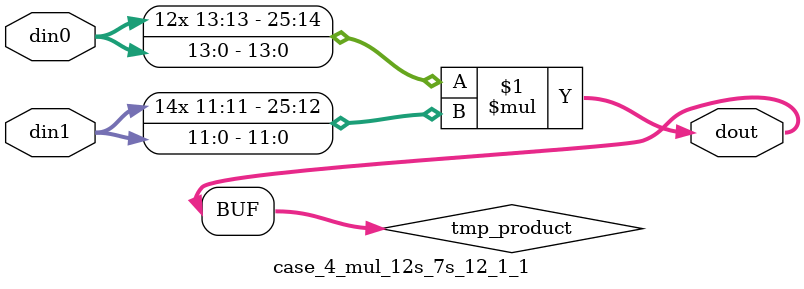
<source format=v>

`timescale 1 ns / 1 ps

 module case_4_mul_12s_7s_12_1_1(din0, din1, dout);
parameter ID = 1;
parameter NUM_STAGE = 0;
parameter din0_WIDTH = 14;
parameter din1_WIDTH = 12;
parameter dout_WIDTH = 26;

input [din0_WIDTH - 1 : 0] din0; 
input [din1_WIDTH - 1 : 0] din1; 
output [dout_WIDTH - 1 : 0] dout;

wire signed [dout_WIDTH - 1 : 0] tmp_product;



























assign tmp_product = $signed(din0) * $signed(din1);








assign dout = tmp_product;





















endmodule

</source>
